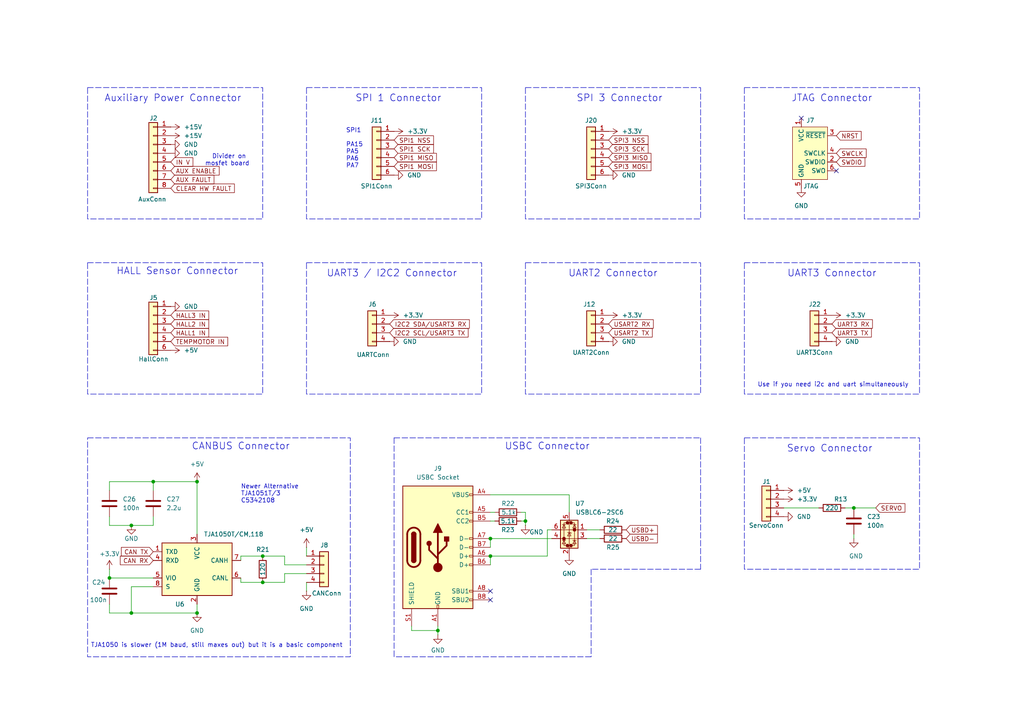
<source format=kicad_sch>
(kicad_sch (version 20231120) (generator "eeschema") (generator_version "8.0")
  (paper "A4")
  (lib_symbols
    (symbol "Connector:Conn_ARM_SWD_TagConnect_TC2030-NL" (in_bom no)
      (property "Reference" "J" (at 2.54 11.43 0))
      (property "Value" "Conn_ARM_SWD_TagConnect_TC2030-NL" (at 2.54 8.89 0))
      (symbol "Conn_ARM_SWD_TagConnect_TC2030-NL_0_0"
        (pin power_in line (at -2.54 10.16 270) (length 2.54) (name "VCC") (number "1"))
        (pin bidirectional line (at 7.62 -2.54 180) (length 2.54) (name "SWDIO") (number "2"))
        (pin open_collector line (at 7.62 5.08 180) (length 2.54) (name "~{RESET}") (number "3"))
        (pin output line (at 7.62 0 180) (length 2.54) (name "SWCLK") (number "4"))
        (pin power_in line (at -2.54 -10.16 90) (length 2.54) (name "GND") (number "5"))
        (pin input line (at 7.62 -5.08 180) (length 2.54) (name "SWO") (number "6"))
      )
      (symbol "Conn_ARM_SWD_TagConnect_TC2030-NL_0_1"
        (rectangle (start -5.08 7.62) (end 5.08 -7.62) (fill (type background)))
      )
    )
    (symbol "Connector:USB_C_Receptacle_USB2.0_16P" (pin_names (offset 1.016))
      (property "Reference" "J" (at 0 22.225 0))
      (property "Value" "USB_C_Receptacle_USB2.0_16P" (at 0 19.685 0))
      (symbol "USB_C_Receptacle_USB2.0_16P_0_0"
        (rectangle (start -0.254 -17.78) (end 0.254 -16.764))
        (rectangle (start 10.16 -14.986) (end 9.144 -15.494))
        (rectangle (start 10.16 -12.446) (end 9.144 -12.954))
        (rectangle (start 10.16 -4.826) (end 9.144 -5.334))
        (rectangle (start 10.16 -2.286) (end 9.144 -2.794))
        (rectangle (start 10.16 0.254) (end 9.144 -0.254))
        (rectangle (start 10.16 2.794) (end 9.144 2.286))
        (rectangle (start 10.16 7.874) (end 9.144 7.366))
        (rectangle (start 10.16 10.414) (end 9.144 9.906))
        (rectangle (start 10.16 15.494) (end 9.144 14.986))
      )
      (symbol "USB_C_Receptacle_USB2.0_16P_0_1"
        (rectangle (start -10.16 17.78) (end 10.16 -17.78) (stroke (width 0.254)) (fill (type background)))
        (arc (start -8.89 -3.81) (mid -6.985 -5.7067) (end -5.08 -3.81) (stroke (width 0.508)))
        (arc (start -7.62 -3.81) (mid -6.985 -4.4423) (end -6.35 -3.81) (stroke (width 0.254)))
        (arc (start -7.62 -3.81) (mid -6.985 -4.4423) (end -6.35 -3.81) (stroke (width 0.254)) (fill (type outline)))
        (rectangle (start -7.62 -3.81) (end -6.35 3.81) (stroke (width 0.254)) (fill (type outline)))
        (arc (start -6.35 3.81) (mid -6.985 4.4423) (end -7.62 3.81) (stroke (width 0.254)))
        (arc (start -6.35 3.81) (mid -6.985 4.4423) (end -7.62 3.81) (stroke (width 0.254)) (fill (type outline)))
        (arc (start -5.08 3.81) (mid -6.985 5.7067) (end -8.89 3.81) (stroke (width 0.508)))
        (circle (center -2.54 1.143) (radius 0.635) (stroke (width 0.254)) (fill (type outline)))
        (circle (center 0 -5.842) (radius 1.27) (fill (type outline)))
        (polyline (pts (xy -8.89 -3.81) (xy -8.89 3.81)) (stroke (width 0.508)))
        (polyline (pts (xy -5.08 3.81) (xy -5.08 -3.81)) (stroke (width 0.508)))
        (polyline (pts (xy 0 -5.842) (xy 0 4.318)) (stroke (width 0.508)))
        (polyline (pts (xy 0 -3.302) (xy -2.54 -0.762) (xy -2.54 0.508)) (stroke (width 0.508)))
        (polyline (pts (xy 0 -2.032) (xy 2.54 0.508) (xy 2.54 1.778)) (stroke (width 0.508)))
        (polyline (pts (xy -1.27 4.318) (xy 0 6.858) (xy 1.27 4.318) (xy -1.27 4.318)) (stroke (width 0.254)) (fill (type outline)))
        (rectangle (start 1.905 1.778) (end 3.175 3.048) (stroke (width 0.254)) (fill (type outline)))
      )
      (symbol "USB_C_Receptacle_USB2.0_16P_1_1"
        (pin passive line (at 0 -22.86 90) (length 5.08) (name "GND") (number "A1"))
        (pin passive line (at 0 -22.86 90) (length 5.08) hide (name "GND") (number "A12"))
        (pin passive line (at 15.24 15.24 180) (length 5.08) (name "VBUS") (number "A4"))
        (pin bidirectional line (at 15.24 10.16 180) (length 5.08) (name "CC1") (number "A5"))
        (pin bidirectional line (at 15.24 -2.54 180) (length 5.08) (name "D+") (number "A6"))
        (pin bidirectional line (at 15.24 2.54 180) (length 5.08) (name "D-") (number "A7"))
        (pin bidirectional line (at 15.24 -12.7 180) (length 5.08) (name "SBU1") (number "A8"))
        (pin passive line (at 15.24 15.24 180) (length 5.08) hide (name "VBUS") (number "A9"))
        (pin passive line (at 0 -22.86 90) (length 5.08) hide (name "GND") (number "B1"))
        (pin passive line (at 0 -22.86 90) (length 5.08) hide (name "GND") (number "B12"))
        (pin passive line (at 15.24 15.24 180) (length 5.08) hide (name "VBUS") (number "B4"))
        (pin bidirectional line (at 15.24 7.62 180) (length 5.08) (name "CC2") (number "B5"))
        (pin bidirectional line (at 15.24 -5.08 180) (length 5.08) (name "D+") (number "B6"))
        (pin bidirectional line (at 15.24 0 180) (length 5.08) (name "D-") (number "B7"))
        (pin bidirectional line (at 15.24 -15.24 180) (length 5.08) (name "SBU2") (number "B8"))
        (pin passive line (at 15.24 15.24 180) (length 5.08) hide (name "VBUS") (number "B9"))
        (pin passive line (at -7.62 -22.86 90) (length 5.08) (name "SHIELD") (number "S1"))
      )
    )
    (symbol "Connector_Generic:Conn_01x04" (pin_names (offset 1.016) hide)
      (property "Reference" "J" (at 0 5.08 0))
      (property "Value" "Conn_01x04" (at 0 -7.62 0))
      (symbol "Conn_01x04_1_1"
        (rectangle (start -1.27 -4.953) (end 0 -5.207) (stroke (width 0.1524)))
        (rectangle (start -1.27 -2.413) (end 0 -2.667) (stroke (width 0.1524)))
        (rectangle (start -1.27 0.127) (end 0 -0.127) (stroke (width 0.1524)))
        (rectangle (start -1.27 2.667) (end 0 2.413) (stroke (width 0.1524)))
        (rectangle (start -1.27 3.81) (end 1.27 -6.35) (stroke (width 0.254)) (fill (type background)))
        (pin passive line (at -5.08 2.54 0) (length 3.81) (name "Pin_1") (number "1"))
        (pin passive line (at -5.08 0 0) (length 3.81) (name "Pin_2") (number "2"))
        (pin passive line (at -5.08 -2.54 0) (length 3.81) (name "Pin_3") (number "3"))
        (pin passive line (at -5.08 -5.08 0) (length 3.81) (name "Pin_4") (number "4"))
      )
    )
    (symbol "Connector_Generic:Conn_01x06" (pin_names (offset 1.016) hide)
      (property "Reference" "J" (at 0 7.62 0))
      (property "Value" "Conn_01x06" (at 0 -10.16 0))
      (symbol "Conn_01x06_1_1"
        (rectangle (start -1.27 -7.493) (end 0 -7.747) (stroke (width 0.1524)))
        (rectangle (start -1.27 -4.953) (end 0 -5.207) (stroke (width 0.1524)))
        (rectangle (start -1.27 -2.413) (end 0 -2.667) (stroke (width 0.1524)))
        (rectangle (start -1.27 0.127) (end 0 -0.127) (stroke (width 0.1524)))
        (rectangle (start -1.27 2.667) (end 0 2.413) (stroke (width 0.1524)))
        (rectangle (start -1.27 5.207) (end 0 4.953) (stroke (width 0.1524)))
        (rectangle (start -1.27 6.35) (end 1.27 -8.89) (stroke (width 0.254)) (fill (type background)))
        (pin passive line (at -5.08 5.08 0) (length 3.81) (name "Pin_1") (number "1"))
        (pin passive line (at -5.08 2.54 0) (length 3.81) (name "Pin_2") (number "2"))
        (pin passive line (at -5.08 0 0) (length 3.81) (name "Pin_3") (number "3"))
        (pin passive line (at -5.08 -2.54 0) (length 3.81) (name "Pin_4") (number "4"))
        (pin passive line (at -5.08 -5.08 0) (length 3.81) (name "Pin_5") (number "5"))
        (pin passive line (at -5.08 -7.62 0) (length 3.81) (name "Pin_6") (number "6"))
      )
    )
    (symbol "Connector_Generic:Conn_01x08" (pin_names (offset 1.016) hide)
      (property "Reference" "J" (at 0 10.16 0))
      (property "Value" "Conn_01x08" (at 0 -12.7 0))
      (symbol "Conn_01x08_1_1"
        (rectangle (start -1.27 -10.033) (end 0 -10.287) (stroke (width 0.1524)))
        (rectangle (start -1.27 -7.493) (end 0 -7.747) (stroke (width 0.1524)))
        (rectangle (start -1.27 -4.953) (end 0 -5.207) (stroke (width 0.1524)))
        (rectangle (start -1.27 -2.413) (end 0 -2.667) (stroke (width 0.1524)))
        (rectangle (start -1.27 0.127) (end 0 -0.127) (stroke (width 0.1524)))
        (rectangle (start -1.27 2.667) (end 0 2.413) (stroke (width 0.1524)))
        (rectangle (start -1.27 5.207) (end 0 4.953) (stroke (width 0.1524)))
        (rectangle (start -1.27 7.747) (end 0 7.493) (stroke (width 0.1524)))
        (rectangle (start -1.27 8.89) (end 1.27 -11.43) (stroke (width 0.254)) (fill (type background)))
        (pin passive line (at -5.08 7.62 0) (length 3.81) (name "Pin_1") (number "1"))
        (pin passive line (at -5.08 5.08 0) (length 3.81) (name "Pin_2") (number "2"))
        (pin passive line (at -5.08 2.54 0) (length 3.81) (name "Pin_3") (number "3"))
        (pin passive line (at -5.08 0 0) (length 3.81) (name "Pin_4") (number "4"))
        (pin passive line (at -5.08 -2.54 0) (length 3.81) (name "Pin_5") (number "5"))
        (pin passive line (at -5.08 -5.08 0) (length 3.81) (name "Pin_6") (number "6"))
        (pin passive line (at -5.08 -7.62 0) (length 3.81) (name "Pin_7") (number "7"))
        (pin passive line (at -5.08 -10.16 0) (length 3.81) (name "Pin_8") (number "8"))
      )
    )
    (symbol "Device:C" (pin_numbers hide) (pin_names (offset 0.254))
      (property "Reference" "C" (at 0.635 2.54 0))
      (property "Value" "C" (at 0.635 -2.54 0))
      (symbol "C_0_1"
        (polyline (pts (xy -2.032 -0.762) (xy 2.032 -0.762)) (stroke (width 0.508)))
        (polyline (pts (xy -2.032 0.762) (xy 2.032 0.762)) (stroke (width 0.508)))
      )
      (symbol "C_1_1"
        (pin passive line (at 0 3.81 270) (length 2.794) (name "~") (number "1"))
        (pin passive line (at 0 -3.81 90) (length 2.794) (name "~") (number "2"))
      )
    )
    (symbol "Device:R" (pin_numbers hide) (pin_names (offset 0))
      (property "Reference" "R" (at 2.032 0 90))
      (property "Value" "R" (at 0 0 90))
      (symbol "R_0_1"
        (rectangle (start -1.016 -2.54) (end 1.016 2.54) (stroke (width 0.254)))
      )
      (symbol "R_1_1"
        (pin passive line (at 0 3.81 270) (length 1.27) (name "~") (number "1"))
        (pin passive line (at 0 -3.81 90) (length 1.27) (name "~") (number "2"))
      )
    )
    (symbol "Interface_CAN_LIN:TJA1051T-3" (pin_names (offset 1.016))
      (property "Reference" "U" (at -10.16 8.89 0))
      (property "Value" "TJA1051T-3" (at 1.27 8.89 0))
      (symbol "TJA1051T-3_0_1"
        (rectangle (start -10.16 7.62) (end 10.16 -7.62) (stroke (width 0.254)) (fill (type background)))
      )
      (symbol "TJA1051T-3_1_1"
        (pin input line (at -12.7 5.08 0) (length 2.54) (name "TXD") (number "1"))
        (pin power_in line (at 0 -10.16 90) (length 2.54) (name "GND") (number "2"))
        (pin power_in line (at 0 10.16 270) (length 2.54) (name "VCC") (number "3"))
        (pin output line (at -12.7 2.54 0) (length 2.54) (name "RXD") (number "4"))
        (pin power_in line (at -12.7 -2.54 0) (length 2.54) (name "VIO") (number "5"))
        (pin bidirectional line (at 12.7 -2.54 180) (length 2.54) (name "CANL") (number "6"))
        (pin bidirectional line (at 12.7 2.54 180) (length 2.54) (name "CANH") (number "7"))
        (pin input line (at -12.7 -5.08 0) (length 2.54) (name "S") (number "8"))
      )
    )
    (symbol "Power_Protection:USBLC6-2SC6" (pin_names hide)
      (property "Reference" "U" (at 0.635 5.715 0))
      (property "Value" "USBLC6-2SC6" (at 0.635 3.81 0))
      (symbol "USBLC6-2SC6_0_0"
        (circle (center -1.524 0) (radius 0.0001) (stroke (width 0.508)))
        (circle (center -0.508 -4.572) (radius 0.0001) (stroke (width 0.508)))
        (circle (center -0.508 2.032) (radius 0.0001) (stroke (width 0.508)))
        (circle (center 0.508 -4.572) (radius 0.0001) (stroke (width 0.508)))
        (circle (center 0.508 2.032) (radius 0.0001) (stroke (width 0.508)))
        (circle (center 1.524 -2.54) (radius 0.0001) (stroke (width 0.508)))
      )
      (symbol "USBLC6-2SC6_0_1"
        (polyline (pts (xy -2.54 -2.54) (xy 2.54 -2.54)))
        (polyline (pts (xy -2.54 0) (xy 2.54 0)))
        (polyline (pts (xy -2.032 -3.048) (xy -1.016 -3.048)))
        (polyline (pts (xy -1.016 1.524) (xy -2.032 1.524)))
        (polyline (pts (xy 1.016 -3.048) (xy 2.032 -3.048)))
        (polyline (pts (xy 1.016 1.524) (xy 2.032 1.524)))
        (polyline (pts (xy -0.508 -1.143) (xy -0.508 -0.762) (xy 0.508 -0.762)))
        (polyline (pts (xy -2.032 0.508) (xy -1.016 0.508) (xy -1.524 1.524) (xy -2.032 0.508)))
        (polyline (pts (xy -1.016 -4.064) (xy -2.032 -4.064) (xy -1.524 -3.048) (xy -1.016 -4.064)))
        (polyline (pts (xy 0.508 -1.778) (xy -0.508 -1.778) (xy 0 -0.762) (xy 0.508 -1.778)))
        (polyline (pts (xy 2.032 -4.064) (xy 1.016 -4.064) (xy 1.524 -3.048) (xy 2.032 -4.064)))
        (polyline (pts (xy 2.032 0.508) (xy 1.016 0.508) (xy 1.524 1.524) (xy 2.032 0.508)))
        (polyline (pts (xy 0 2.54) (xy -0.508 2.032) (xy 0.508 2.032) (xy 0 1.524) (xy 0 -4.064) (xy -0.508 -4.572) (xy 0.508 -4.572) (xy 0 -5.08)))
      )
      (symbol "USBLC6-2SC6_1_1"
        (rectangle (start -2.54 2.794) (end 2.54 -5.334) (stroke (width 0.254)) (fill (type background)))
        (polyline (pts (xy -0.508 2.032) (xy -1.524 2.032) (xy -1.524 -4.572) (xy -0.508 -4.572)))
        (polyline (pts (xy 0.508 -4.572) (xy 1.524 -4.572) (xy 1.524 2.032) (xy 0.508 2.032)))
        (pin passive line (at -5.08 0 0) (length 2.54) (name "I/O1") (number "1"))
        (pin passive line (at 0 -7.62 90) (length 2.54) (name "GND") (number "2"))
        (pin passive line (at -5.08 -2.54 0) (length 2.54) (name "I/O2") (number "3"))
        (pin passive line (at 5.08 -2.54 180) (length 2.54) (name "I/O2") (number "4"))
        (pin passive line (at 0 5.08 270) (length 2.54) (name "VBUS") (number "5"))
        (pin passive line (at 5.08 0 180) (length 2.54) (name "I/O1") (number "6"))
      )
    )
    (symbol "power:+15V" (power) (pin_numbers hide) (pin_names (offset 0) hide)
      (property "Value" "+15V" (at 0 3.556 0))
      (symbol "+15V_0_1"
        (polyline (pts (xy -0.762 1.27) (xy 0 2.54)))
        (polyline (pts (xy 0 0) (xy 0 2.54)))
        (polyline (pts (xy 0 2.54) (xy 0.762 1.27)))
      )
      (symbol "+15V_1_1"
        (pin power_in line (at 0 0 90) (length 0) (name "~") (number "1"))
      )
    )
    (symbol "power:+3.3V" (power) (pin_numbers hide) (pin_names (offset 0) hide)
      (property "Value" "+3.3V" (at 0 3.556 0))
      (symbol "+3.3V_0_1"
        (polyline (pts (xy -0.762 1.27) (xy 0 2.54)))
        (polyline (pts (xy 0 0) (xy 0 2.54)))
        (polyline (pts (xy 0 2.54) (xy 0.762 1.27)))
      )
      (symbol "+3.3V_1_1"
        (pin power_in line (at 0 0 90) (length 0) (name "~") (number "1"))
      )
    )
    (symbol "power:+5V" (power) (pin_numbers hide) (pin_names (offset 0) hide)
      (property "Value" "+5V" (at 0 3.556 0))
      (symbol "+5V_0_1"
        (polyline (pts (xy -0.762 1.27) (xy 0 2.54)))
        (polyline (pts (xy 0 0) (xy 0 2.54)))
        (polyline (pts (xy 0 2.54) (xy 0.762 1.27)))
      )
      (symbol "+5V_1_1"
        (pin power_in line (at 0 0 90) (length 0) (name "~") (number "1"))
      )
    )
    (symbol "power:GND" (power) (pin_numbers hide) (pin_names (offset 0) hide)
      (property "Value" "GND" (at 0 -3.81 0))
      (symbol "GND_0_1"
        (polyline (pts (xy 0 0) (xy 0 -1.27) (xy 1.27 -1.27) (xy 0 -2.54) (xy -1.27 -1.27) (xy 0 -1.27)))
      )
      (symbol "GND_1_1"
        (pin power_in line (at 0 0 270) (length 0) (name "~") (number "1"))
      )
    )
  )
  (junction (at 142.24 156.21))
  (junction (at 31.75 167.64))
  (junction (at 142.24 161.29))
  (junction (at 44.45 139.7))
  (junction (at 57.15 177.8))
  (junction (at 247.65 147.32))
  (junction (at 76.2 168.91))
  (junction (at 38.1 152.4))
  (junction (at 152.4 151.13))
  (junction (at 57.15 139.7))
  (junction (at 127 182.88))
  (junction (at 76.2 161.29))
  (junction (at 38.1 177.8))
  (no_connect (at 232.41 34.29))
  (no_connect (at 242.57 49.53))
  (no_connect (at 142.24 173.99))
  (no_connect (at 142.24 171.45))
  (wire (pts (xy 38.1 170.18) (xy 38.1 177.8)))
  (wire (pts (xy 127 182.88) (xy 127 184.15)))
  (wire (pts (xy 38.1 177.8) (xy 57.15 177.8)))
  (wire (pts (xy 31.75 165.1) (xy 31.75 167.64)))
  (wire (pts (xy 170.18 153.67) (xy 173.99 153.67)))
  (wire (pts (xy 57.15 139.7) (xy 57.15 154.94)))
  (wire (pts (xy 57.15 175.26) (xy 57.15 177.8)))
  (wire (pts (xy 31.75 139.7) (xy 31.75 142.24)))
  (wire (pts (xy 69.85 161.29) (xy 76.2 161.29)))
  (wire (pts (xy 142.24 151.13) (xy 143.51 151.13)))
  (wire (pts (xy 158.75 153.67) (xy 158.75 161.29)))
  (wire (pts (xy 151.13 151.13) (xy 152.4 151.13)))
  (wire (pts (xy 152.4 148.59) (xy 152.4 151.13)))
  (wire (pts (xy 44.45 139.7) (xy 44.45 142.24)))
  (wire (pts (xy 31.75 152.4) (xy 38.1 152.4)))
  (wire (pts (xy 165.1 143.51) (xy 142.24 143.51)))
  (wire (pts (xy 142.24 148.59) (xy 143.51 148.59)))
  (polyline (pts (xy 114.3 127) (xy 203.2 127)) (stroke (width 0) (type dash)))
  (wire (pts (xy 152.4 151.13) (xy 152.4 152.4)))
  (wire (pts (xy 31.75 175.26) (xy 31.75 177.8)))
  (wire (pts (xy 38.1 152.4) (xy 44.45 152.4)))
  (wire (pts (xy 142.24 161.29) (xy 142.24 163.83)))
  (wire (pts (xy 151.13 148.59) (xy 152.4 148.59)))
  (wire (pts (xy 158.75 161.29) (xy 142.24 161.29)))
  (wire (pts (xy 69.85 168.91) (xy 69.85 167.64)))
  (polyline (pts (xy 203.2 127) (xy 203.2 165.1)) (stroke (width 0) (type dash)))
  (polyline (pts (xy 203.2 165.1) (xy 171.45 165.1)) (stroke (width 0) (type dash)))
  (wire (pts (xy 247.65 147.32) (xy 254 147.32)))
  (wire (pts (xy 142.24 156.21) (xy 142.24 158.75)))
  (wire (pts (xy 119.38 182.88) (xy 127 182.88)))
  (polyline (pts (xy 171.45 165.1) (xy 171.45 190.5)) (stroke (width 0) (type dash)))
  (wire (pts (xy 31.75 139.7) (xy 44.45 139.7)))
  (wire (pts (xy 142.24 156.21) (xy 160.02 156.21)))
  (wire (pts (xy 44.45 170.18) (xy 38.1 170.18)))
  (wire (pts (xy 247.65 154.94) (xy 247.65 156.21)))
  (wire (pts (xy 88.9 161.29) (xy 88.9 158.75)))
  (wire (pts (xy 170.18 156.21) (xy 173.99 156.21)))
  (wire (pts (xy 227.33 147.32) (xy 237.49 147.32)))
  (wire (pts (xy 76.2 161.29) (xy 82.55 161.29)))
  (wire (pts (xy 82.55 163.83) (xy 82.55 161.29)))
  (wire (pts (xy 165.1 143.51) (xy 165.1 148.59)))
  (wire (pts (xy 119.38 181.61) (xy 119.38 182.88)))
  (wire (pts (xy 69.85 162.56) (xy 69.85 161.29)))
  (wire (pts (xy 88.9 166.37) (xy 82.55 166.37)))
  (wire (pts (xy 76.2 168.91) (xy 69.85 168.91)))
  (polyline (pts (xy 114.3 127) (xy 114.3 190.5)) (stroke (width 0) (type dash)))
  (wire (pts (xy 44.45 149.86) (xy 44.45 152.4)))
  (wire (pts (xy 31.75 149.86) (xy 31.75 152.4)))
  (wire (pts (xy 44.45 139.7) (xy 57.15 139.7)))
  (wire (pts (xy 158.75 153.67) (xy 160.02 153.67)))
  (wire (pts (xy 245.11 147.32) (xy 247.65 147.32)))
  (wire (pts (xy 31.75 177.8) (xy 38.1 177.8)))
  (polyline (pts (xy 171.45 190.5) (xy 114.3 190.5)) (stroke (width 0) (type dash)))
  (wire (pts (xy 82.55 166.37) (xy 82.55 168.91)))
  (wire (pts (xy 88.9 168.91) (xy 88.9 171.45)))
  (wire (pts (xy 76.2 168.91) (xy 82.55 168.91)))
  (wire (pts (xy 31.75 167.64) (xy 44.45 167.64)))
  (wire (pts (xy 127 181.61) (xy 127 182.88)))
  (wire (pts (xy 88.9 163.83) (xy 82.55 163.83)))
  (rectangle (start 25.4 127) (end 101.6 190.5) (stroke (width 0) (type dash)))
  (rectangle (start 88.9 25.4) (end 139.7 63.5) (stroke (width 0) (type dash)))
  (rectangle (start 152.4 76.2) (end 203.2 114.3) (stroke (width 0) (type dash)))
  (rectangle (start 215.9 76.2) (end 266.7 114.3) (stroke (width 0) (type dash)))
  (rectangle (start 152.4 25.4) (end 203.2 63.5) (stroke (width 0) (type dash)))
  (rectangle (start 215.9 127) (end 266.7 165.1) (stroke (width 0) (type dash)))
  (rectangle (start 25.4 76.2) (end 76.2 114.3) (stroke (width 0) (type dash)))
  (rectangle (start 25.4 25.4) (end 76.2 63.5) (stroke (width 0) (type dash)))
  (rectangle (start 215.9 25.4) (end 266.7 63.5) (stroke (width 0) (type dash)))
  (rectangle (start 88.9 76.2) (end 139.7 114.3) (stroke (width 0) (type dash)))
  (text "Auxiliary Power Connector" (at 50.165 28.575 0) (effects (font (size 2 2))))
  (text "SPI 3 Connector" (at 179.705 28.575 0) (effects (font (size 2 2))))
  (text "TJA1050 is slower (1M baud, still maxes out) but it is a basic component" (at 62.865 187.96 0) (effects (font (size 1.27 1.27)) (justify bottom)))
  (text "Use if you need i2c and uart simultaneously" (at 219.71 112.395 0) (effects (font (size 1.27 1.27)) (justify left bottom)))
  (text "UART3 / I2C2 Connector" (at 113.665 79.375 0) (effects (font (size 2 2))))
  (text "Divider on \nmosfet board" (at 72.39 48.26 0) (effects (font (size 1.27 1.27)) (justify right bottom)))
  (text "CANBUS Connector" (at 69.85 129.54 0) (effects (font (size 2 2))))
  (text "JTAG Connector" (at 241.3 28.575 0) (effects (font (size 2 2))))
  (text "SPI1\n\nPA15\nPA5\nPA6\nPA7" (at 100.33 48.895 0) (effects (font (size 1.27 1.27)) (justify left bottom)))
  (text "SPI 1 Connector" (at 115.57 28.575 0) (effects (font (size 2 2))))
  (text "USBC Connector" (at 158.75 129.54 0) (effects (font (size 2 2))))
  (text "UART3 Connector" (at 241.3 79.375 0) (effects (font (size 2 2))))
  (text "UART2 Connector" (at 177.8 79.375 0) (effects (font (size 2 2))))
  (text "Newer Alternative\nTJA1051T/3\nC5342108" (at 69.85 146.05 0) (effects (font (size 1.27 1.27)) (justify left bottom)))
  (text "Servo Connector" (at 240.665 130.175 0) (effects (font (size 2 2))))
  (text "HALL Sensor Connector" (at 51.435 78.74 0) (effects (font (size 2 2))))
  (global_label "USART2 TX" (shape input) (at 176.53 96.52 0) (property "Intersheetrefs" "${INTERSHEET_REFS}" (effects (hide yes))))
  (global_label "I2C2 SCL{slash}USART3 TX" (shape input) (at 113.03 96.52 0) (property "Intersheetrefs" "${INTERSHEET_REFS}" (effects (hide yes))))
  (global_label "SPI3 NSS" (shape input) (at 176.53 40.64 0) (property "Intersheetrefs" "${INTERSHEET_REFS}" (effects (hide yes))))
  (global_label "TEMPMOTOR IN" (shape input) (at 49.53 99.06 0) (property "Intersheetrefs" "${INTERSHEET_REFS}" (effects (hide yes))))
  (global_label "SPI1 SCK" (shape input) (at 114.3 43.18 0) (property "Intersheetrefs" "${INTERSHEET_REFS}" (effects (hide yes))))
  (global_label "SPI1 MISO" (shape input) (at 114.3 45.72 0) (property "Intersheetrefs" "${INTERSHEET_REFS}" (effects (hide yes))))
  (global_label "USART2 RX" (shape input) (at 176.53 93.98 0) (property "Intersheetrefs" "${INTERSHEET_REFS}" (effects (hide yes))))
  (global_label "SPI1 NSS" (shape input) (at 114.3 40.64 0) (property "Intersheetrefs" "${INTERSHEET_REFS}" (effects (hide yes))))
  (global_label "SPI3 MOSI" (shape input) (at 176.53 48.26 0) (property "Intersheetrefs" "${INTERSHEET_REFS}" (effects (hide yes))))
  (global_label "UART3 TX" (shape input) (at 241.3 96.52 0) (property "Intersheetrefs" "${INTERSHEET_REFS}" (effects (hide yes))))
  (global_label "NRST" (shape input) (at 242.57 39.37 0) (property "Intersheetrefs" "${INTERSHEET_REFS}" (effects (hide yes))))
  (global_label "AUX FAULT" (shape input) (at 49.53 52.07 0) (property "Intersheetrefs" "${INTERSHEET_REFS}" (effects (hide yes))))
  (global_label "USBD-" (shape input) (at 181.61 156.21 0) (property "Intersheetrefs" "${INTERSHEET_REFS}" (effects (hide yes))))
  (global_label "SWCLK" (shape input) (at 242.57 44.45 0) (property "Intersheetrefs" "${INTERSHEET_REFS}" (effects (hide yes))))
  (global_label "HALL3 IN" (shape input) (at 49.53 91.44 0) (property "Intersheetrefs" "${INTERSHEET_REFS}" (effects (hide yes))))
  (global_label "CAN TX" (shape input) (at 44.45 160.02 180) (property "Intersheetrefs" "${INTERSHEET_REFS}" (effects (hide yes))))
  (global_label "CAN RX" (shape input) (at 44.45 162.56 180) (property "Intersheetrefs" "${INTERSHEET_REFS}" (effects (hide yes))))
  (global_label "CLEAR HW FAULT" (shape input) (at 49.53 54.61 0) (property "Intersheetrefs" "${INTERSHEET_REFS}" (effects (hide yes))))
  (global_label "IN V" (shape input) (at 49.53 46.99 0) (property "Intersheetrefs" "${INTERSHEET_REFS}" (effects (hide yes))))
  (global_label "HALL2 IN" (shape input) (at 49.53 93.98 0) (property "Intersheetrefs" "${INTERSHEET_REFS}" (effects (hide yes))))
  (global_label "SPI1 MOSI" (shape input) (at 114.3 48.26 0) (property "Intersheetrefs" "${INTERSHEET_REFS}" (effects (hide yes))))
  (global_label "HALL1 IN" (shape input) (at 49.53 96.52 0) (property "Intersheetrefs" "${INTERSHEET_REFS}" (effects (hide yes))))
  (global_label "UART3 RX" (shape input) (at 241.3 93.98 0) (property "Intersheetrefs" "${INTERSHEET_REFS}" (effects (hide yes))))
  (global_label "SPI3 MISO" (shape input) (at 176.53 45.72 0) (property "Intersheetrefs" "${INTERSHEET_REFS}" (effects (hide yes))))
  (global_label "I2C2 SDA{slash}USART3 RX" (shape input) (at 113.03 93.98 0) (property "Intersheetrefs" "${INTERSHEET_REFS}" (effects (hide yes))))
  (global_label "SWDIO" (shape input) (at 242.57 46.99 0) (property "Intersheetrefs" "${INTERSHEET_REFS}" (effects (hide yes))))
  (global_label "USBD+" (shape input) (at 181.61 153.67 0) (property "Intersheetrefs" "${INTERSHEET_REFS}" (effects (hide yes))))
  (global_label "SERVO" (shape input) (at 254 147.32 0) (property "Intersheetrefs" "${INTERSHEET_REFS}" (effects (hide yes))))
  (global_label "AUX ENABLE" (shape input) (at 49.53 49.53 0) (property "Intersheetrefs" "${INTERSHEET_REFS}" (effects (hide yes))))
  (global_label "SPI3 SCK" (shape input) (at 176.53 43.18 0) (property "Intersheetrefs" "${INTERSHEET_REFS}" (effects (hide yes))))
  (symbol (lib_id "power:+5V") (at 57.15 139.7 0) (unit 1)
    (property "Reference" "#PWR053" (effects (hide yes)))
    (property "Value" "+5V" (at 57.15 134.62 0))
    (property "Description" "Power symbol creates a global label with name \"+5V\"" (effects (hide yes)))
  )
  (symbol (lib_id "Connector_Generic:Conn_01x04") (at 171.45 93.98 0) (mirror y) (unit 1)
    (property "Reference" "J12" (at 172.72 88.265 0) (effects (justify left)))
    (property "Value" "UART2Conn" (at 171.45 102.235 0))
    (property "Footprint" "Connector_JST:JST_PH_B4B-PH-K_1x04_P2.00mm_Vertical" (effects (hide yes)))
    (property "Description" "Generic connector, single row, 01x04, script generated (kicad-library-utils/schlib/autogen/connector/)" (effects (hide yes)))
    (property "MPN" "C131334" (effects (hide yes)))
    (property "JLCPosOffset" "-3,0" (effects (hide yes)))
    (property "JLCRotOffset" "180" (effects (hide yes)))
  )
  (symbol (lib_id "power:+3.3V") (at 31.75 165.1 0) (unit 1)
    (property "Reference" "#PWR047" (effects (hide yes)))
    (property "Value" "+3.3V" (at 31.75 160.655 0))
    (property "Description" "Power symbol creates a global label with name \"+3.3V\"" (effects (hide yes)))
  )
  (symbol (lib_id "power:+3.3V") (at 113.03 91.44 270) (unit 1)
    (property "Reference" "#PWR0103" (effects (hide yes)))
    (property "Value" "+3.3V" (at 116.84 91.44 90) (effects (justify left)))
    (property "Description" "Power symbol creates a global label with name \"+3.3V\"" (effects (hide yes)))
  )
  (symbol (lib_id "Connector_Generic:Conn_01x06") (at 171.45 43.18 0) (mirror y) (unit 1)
    (property "Reference" "J20" (at 171.45 34.925 0))
    (property "Value" "SPI3Conn" (at 171.45 53.975 0))
    (property "Footprint" "Connector_JST:JST_PH_S6B-PH-K_1x06_P2.00mm_Horizontal" (effects (hide yes)))
    (property "MPN" "C157920" (effects (hide yes)))
    (property "JLCPosOffset" "5,0" (effects (hide yes)))
    (property "JLCRotOffset" "0" (effects (hide yes)))
  )
  (symbol (lib_id "power:GND") (at 247.65 156.21 0) (unit 1)
    (property "Reference" "#PWR045" (effects (hide yes)))
    (property "Value" "GND" (at 248.285 161.29 0))
    (property "Description" "Power symbol creates a global label with name \"GND\" , ground" (effects (hide yes)))
  )
  (symbol (lib_id "Device:C") (at 247.65 151.13 0) (unit 1)
    (property "Reference" "C23" (at 251.46 149.86 0) (effects (justify left)))
    (property "Value" "100n" (at 251.46 152.4 0) (effects (justify left)))
    (property "Footprint" "GigaVescLibs:C_0603_1608Metric_L" (effects (hide yes)))
    (property "MPN" "C14663" (effects (hide yes)))
  )
  (symbol (lib_id "power:GND") (at 176.53 50.8 90) (unit 1)
    (property "Reference" "#PWR0138" (effects (hide yes)))
    (property "Value" "GND" (at 180.34 50.7999 90) (effects (justify right)))
    (property "Description" "Power symbol creates a global label with name \"GND\" , ground" (effects (hide yes)))
  )
  (symbol (lib_id "power:+5V") (at 227.33 142.24 270) (unit 1)
    (property "Reference" "#PWR036" (effects (hide yes)))
    (property "Value" "+5V" (at 231.14 142.24 90) (effects (justify left)))
    (property "Description" "Power symbol creates a global label with name \"+5V\"" (effects (hide yes)))
  )
  (symbol (lib_id "Device:R") (at 241.3 147.32 90) (unit 1)
    (property "Reference" "R13" (at 243.84 144.78 90))
    (property "Value" "220" (at 241.3 147.32 90))
    (property "Footprint" "Resistor_SMD:R_0603_1608Metric" (effects (hide yes)))
    (property "MPN" "C22962" (effects (hide yes)))
  )
  (symbol (lib_id "power:GND") (at 57.15 177.8 0) (unit 1)
    (property "Reference" "#PWR054" (effects (hide yes)))
    (property "Value" "GND" (at 57.15 182.88 0))
    (property "Description" "Power symbol creates a global label with name \"GND\" , ground" (effects (hide yes)))
  )
  (symbol (lib_id "power:GND") (at 113.03 99.06 90) (unit 1)
    (property "Reference" "#PWR0102" (effects (hide yes)))
    (property "Value" "GND" (at 116.84 99.0599 90) (effects (justify right)))
    (property "Description" "Power symbol creates a global label with name \"GND\" , ground" (effects (hide yes)))
  )
  (symbol (lib_id "Connector:USB_C_Receptacle_USB2.0_16P") (at 127 158.75 0) (unit 1)
    (property "Reference" "J9" (at 127 135.89 0))
    (property "Value" "USBC Socket" (at 127 138.43 0))
    (property "Footprint" "Connector_USB:USB_C_Receptacle_GCT_USB4105-xx-A_16P_TopMnt_Horizontal" (effects (hide yes)))
    (property "Datasheet" "https://www.usb.org/sites/default/files/documents/usb_type-c.zip" (effects (hide yes)))
    (property "Description" "USB 2.0-only 16P Type-C Receptacle connector" (effects (hide yes)))
    (property "MPN" "C2765186" (effects (hide yes)))
    (property "JLCPosOffset" "0,1.27" (effects (hide yes)))
  )
  (symbol (lib_id "Connector:Conn_ARM_SWD_TagConnect_TC2030-NL") (at 234.95 44.45 0) (unit 1) (in_bom no)
    (property "Reference" "J7" (at 236.22 34.925 0) (effects (justify right)))
    (property "Value" "JTAG" (at 237.49 53.975 0) (effects (justify right)))
    (property "Footprint" "Connector:Tag-Connect_TC2030-IDC-NL_2x03_P1.27mm_Vertical" (effects (hide yes)))
    (property "Datasheet" "https://www.tag-connect.com/wp-content/uploads/bsk-pdf-manager/TC2030-CTX_1.pdf" (effects (hide yes)))
    (property "Description" "Tag-Connect ARM Cortex SWD JTAG connector, 6 pin, no legs" (effects (hide yes)))
  )
  (symbol (lib_id "power:+3.3V") (at 114.3 38.1 270) (unit 1)
    (property "Reference" "#PWR038" (effects (hide yes)))
    (property "Value" "+3.3V" (at 118.11 38.1 90) (effects (justify left)))
    (property "Description" "Power symbol creates a global label with name \"+3.3V\"" (effects (hide yes)))
  )
  (symbol (lib_id "Device:R") (at 147.32 151.13 270) (unit 1)
    (property "Reference" "R23" (at 147.32 153.67 90))
    (property "Value" "5.1k" (at 147.32 151.13 90))
    (property "Footprint" "Resistor_SMD:R_0603_1608Metric" (effects (hide yes)))
    (property "MPN" "C23186" (effects (hide yes)))
  )
  (symbol (lib_id "power:GND") (at 49.53 41.91 90) (unit 1)
    (property "Reference" "#PWR062" (effects (hide yes)))
    (property "Value" "GND" (at 53.34 41.91 90) (effects (justify right)))
    (property "Description" "Power symbol creates a global label with name \"GND\" , ground" (effects (hide yes)))
  )
  (symbol (lib_id "power:+5V") (at 49.53 101.6 270) (unit 1)
    (property "Reference" "#PWR050" (effects (hide yes)))
    (property "Value" "+5V" (at 53.34 101.6 90) (effects (justify left)))
    (property "Description" "Power symbol creates a global label with name \"+5V\"" (effects (hide yes)))
  )
  (symbol (lib_id "power:GND") (at 127 184.15 0) (unit 1)
    (property "Reference" "#PWR063" (effects (hide yes)))
    (property "Value" "GND" (at 127 188.595 0))
    (property "Description" "Power symbol creates a global label with name \"GND\" , ground" (effects (hide yes)))
  )
  (symbol (lib_id "Device:C") (at 31.75 146.05 0) (unit 1)
    (property "Reference" "C26" (at 35.56 144.78 0) (effects (justify left)))
    (property "Value" "100n" (at 35.56 147.32 0) (effects (justify left)))
    (property "Footprint" "GigaVescLibs:C_0603_1608Metric_L" (effects (hide yes)))
    (property "MPN" "C14663" (effects (hide yes)))
  )
  (symbol (lib_id "power:+15V") (at 49.53 39.37 270) (mirror x) (unit 1)
    (property "Reference" "#PWR056" (effects (hide yes)))
    (property "Value" "+15V" (at 53.34 39.37 90) (effects (justify left)))
    (property "Description" "Power symbol creates a global label with name \"+15V\"" (effects (hide yes)))
  )
  (symbol (lib_id "Device:C") (at 31.75 171.45 0) (unit 1)
    (property "Reference" "C24" (at 26.67 168.91 0) (effects (justify left)))
    (property "Value" "100n" (at 26.035 173.99 0) (effects (justify left)))
    (property "Footprint" "GigaVescLibs:C_0603_1608Metric_L" (effects (hide yes)))
    (property "MPN" "C14663" (effects (hide yes)))
  )
  (symbol (lib_id "Device:R") (at 177.8 156.21 90) (unit 1)
    (property "Reference" "R25" (at 177.8 158.75 90))
    (property "Value" "22" (at 177.8 156.21 90))
    (property "Footprint" "Resistor_SMD:R_0603_1608Metric" (effects (hide yes)))
    (property "MPN" "C23345" (effects (hide yes)))
  )
  (symbol (lib_id "power:GND") (at 227.33 149.86 90) (unit 1)
    (property "Reference" "#PWR035" (effects (hide yes)))
    (property "Value" "GND" (at 231.14 149.8599 90) (effects (justify right)))
    (property "Description" "Power symbol creates a global label with name \"GND\" , ground" (effects (hide yes)))
  )
  (symbol (lib_id "power:GND") (at 232.41 54.61 0) (unit 1)
    (property "Reference" "#PWR042" (effects (hide yes)))
    (property "Value" "GND" (at 232.41 59.69 0))
    (property "Description" "Power symbol creates a global label with name \"GND\" , ground" (effects (hide yes)))
  )
  (symbol (lib_id "Interface_CAN_LIN:TJA1051T-3") (at 57.15 165.1 0) (unit 1)
    (property "Reference" "U6" (at 50.8 175.26 0) (effects (justify left)))
    (property "Value" "TJA1050T/CM,118" (at 59.1059 154.94 0) (effects (justify left)))
    (property "Footprint" "Package_SO:SOIC-8_3.9x4.9mm_P1.27mm" (effects (hide yes)))
    (property "Datasheet" "http://www.nxp.com/docs/en/data-sheet/TJA1051.pdf" (effects (hide yes)))
    (property "Description" "High-Speed CAN Transceiver, separate VIO, silent mode, SOIC-8" (effects (hide yes)))
    (property "MPN" "C6952" (effects (hide yes)))
    (property "JLCRotOffset" "-90" (effects (hide yes)))
  )
  (symbol (lib_id "power:GND") (at 38.1 152.4 0) (unit 1)
    (property "Reference" "#PWR037" (effects (hide yes)))
    (property "Value" "GND" (at 38.1 156.21 0))
    (property "Description" "Power symbol creates a global label with name \"GND\" , ground" (effects (hide yes)))
  )
  (symbol (lib_id "power:+15V") (at 49.53 36.83 270) (mirror x) (unit 1)
    (property "Reference" "#PWR083" (effects (hide yes)))
    (property "Value" "+15V" (at 53.34 36.83 90) (effects (justify left)))
    (property "Description" "Power symbol creates a global label with name \"+15V\"" (effects (hide yes)))
  )
  (symbol (lib_id "power:GND") (at 165.1 161.29 0) (unit 1)
    (property "Reference" "#PWR065" (effects (hide yes)))
    (property "Value" "GND" (at 165.1 166.37 0))
    (property "Description" "Power symbol creates a global label with name \"GND\" , ground" (effects (hide yes)))
  )
  (symbol (lib_id "Connector_Generic:Conn_01x08") (at 44.45 44.45 0) (mirror y) (unit 1)
    (property "Reference" "J2" (at 45.72 34.29 0) (effects (justify left)))
    (property "Value" "AuxConn" (at 48.26 57.785 0) (effects (justify left)))
    (property "Footprint" "Connector_JST:JST_PH_S8B-PH-K_1x08_P2.00mm_Horizontal" (effects (hide yes)))
    (property "MPN" "C157915" (effects (hide yes)))
  )
  (symbol (lib_id "power:GND") (at 49.53 44.45 90) (unit 1)
    (property "Reference" "#PWR060" (effects (hide yes)))
    (property "Value" "GND" (at 53.34 44.45 90) (effects (justify right)))
    (property "Description" "Power symbol creates a global label with name \"GND\" , ground" (effects (hide yes)))
  )
  (symbol (lib_id "power:GND") (at 88.9 171.45 0) (unit 1)
    (property "Reference" "#PWR058" (effects (hide yes)))
    (property "Value" "GND" (at 88.9 176.53 0))
    (property "Description" "Power symbol creates a global label with name \"GND\" , ground" (effects (hide yes)))
  )
  (symbol (lib_id "power:GND") (at 152.4 152.4 0) (unit 1)
    (property "Reference" "#PWR064" (effects (hide yes)))
    (property "Value" "GND" (at 155.575 154.305 0))
    (property "Description" "Power symbol creates a global label with name \"GND\" , ground" (effects (hide yes)))
  )
  (symbol (lib_id "power:GND") (at 114.3 50.8 90) (unit 1)
    (property "Reference" "#PWR041" (effects (hide yes)))
    (property "Value" "GND" (at 118.11 50.7999 90) (effects (justify right)))
    (property "Description" "Power symbol creates a global label with name \"GND\" , ground" (effects (hide yes)))
  )
  (symbol (lib_id "Connector_Generic:Conn_01x06") (at 109.22 43.18 0) (mirror y) (unit 1)
    (property "Reference" "J11" (at 109.22 34.925 0))
    (property "Value" "SPI1Conn" (at 109.22 53.975 0))
    (property "Footprint" "Connector_JST:JST_PH_S6B-PH-K_1x06_P2.00mm_Horizontal" (effects (hide yes)))
    (property "MPN" "C157920" (effects (hide yes)))
  )
  (symbol (lib_id "Connector_Generic:Conn_01x06") (at 44.45 93.98 0) (mirror y) (unit 1)
    (property "Reference" "J5" (at 45.72 86.36 0) (effects (justify left)))
    (property "Value" "HallConn" (at 48.895 104.14 0) (effects (justify left)))
    (property "Footprint" "Connector_JST:JST_PH_S6B-PH-K_1x06_P2.00mm_Horizontal" (effects (hide yes)))
    (property "MPN" "C157920" (effects (hide yes)))
    (property "JLCPosOffset" "5,0" (effects (hide yes)))
    (property "JLCRotOffset" "0" (effects (hide yes)))
  )
  (symbol (lib_id "power:+3.3V") (at 176.53 91.44 270) (unit 1)
    (property "Reference" "#PWR0141" (effects (hide yes)))
    (property "Value" "+3.3V" (at 180.34 91.44 90) (effects (justify left)))
    (property "Description" "Power symbol creates a global label with name \"+3.3V\"" (effects (hide yes)))
  )
  (symbol (lib_id "Power_Protection:USBLC6-2SC6") (at 165.1 153.67 0) (mirror y) (unit 1)
    (property "Reference" "U7" (at 169.545 146.05 0) (effects (justify left)))
    (property "Value" "USBLC6-2SC6" (at 180.975 148.59 0) (effects (justify left)))
    (property "Footprint" "Package_TO_SOT_SMD:SOT-23-6" (effects (hide yes)))
    (property "Datasheet" "https://www.st.com/resource/en/datasheet/usblc6-2.pdf" (effects (hide yes)))
    (property "Description" "Very low capacitance ESD protection diode, 2 data-line, SOT-23-6" (effects (hide yes)))
    (property "MPN" "C2827654" (effects (hide yes)))
    (property "JLCRotOffset" "0" (effects (hide yes)))
  )
  (symbol (lib_id "Connector_Generic:Conn_01x04") (at 93.98 163.83 0) (unit 1)
    (property "Reference" "J8" (at 95.25 158.115 0) (effects (justify right)))
    (property "Value" "CANConn" (at 99.06 172.085 0) (effects (justify right)))
    (property "Footprint" "Connector_JST:JST_PH_S4B-PH-K_1x04_P2.00mm_Horizontal" (effects (hide yes)))
    (property "Description" "Generic connector, single row, 01x04, script generated (kicad-library-utils/schlib/autogen/connector/)" (effects (hide yes)))
    (property "MPN" "C157926" (effects (hide yes)))
    (property "JLCPosOffset" "3,0" (effects (hide yes)))
    (property "JLCRotOffset" "0" (effects (hide yes)))
  )
  (symbol (lib_id "power:+3.3V") (at 227.33 144.78 270) (unit 1)
    (property "Reference" "#PWR043" (effects (hide yes)))
    (property "Value" "+3.3V" (at 231.14 144.78 90) (effects (justify left)))
    (property "Description" "Power symbol creates a global label with name \"+3.3V\"" (effects (hide yes)))
  )
  (symbol (lib_id "power:GND") (at 176.53 99.06 90) (unit 1)
    (property "Reference" "#PWR0140" (effects (hide yes)))
    (property "Value" "GND" (at 180.34 99.0599 90) (effects (justify right)))
    (property "Description" "Power symbol creates a global label with name \"GND\" , ground" (effects (hide yes)))
  )
  (symbol (lib_id "Connector_Generic:Conn_01x04") (at 236.22 93.98 0) (mirror y) (unit 1)
    (property "Reference" "J22" (at 238.125 88.265 0) (effects (justify left)))
    (property "Value" "UART3Conn" (at 236.22 102.235 0))
    (property "Footprint" "Connector_JST:JST_PH_B4B-PH-K_1x04_P2.00mm_Vertical" (effects (hide yes)))
    (property "Description" "Generic connector, single row, 01x04, script generated (kicad-library-utils/schlib/autogen/connector/)" (effects (hide yes)))
    (property "MPN" "C131334" (effects (hide yes)))
    (property "JLCPosOffset" "-3,0" (effects (hide yes)))
    (property "JLCRotOffset" "180" (effects (hide yes)))
  )
  (symbol (lib_id "Device:R") (at 76.2 165.1 180) (unit 1)
    (property "Reference" "R21" (at 74.295 159.385 0) (effects (justify right)))
    (property "Value" "120" (at 76.2 167.005 90) (effects (justify right)))
    (property "Footprint" "Resistor_SMD:R_0603_1608Metric" (effects (hide yes)))
    (property "MPN" "C22787" (effects (hide yes)))
  )
  (symbol (lib_id "Connector_Generic:Conn_01x04") (at 222.25 144.78 0) (mirror y) (unit 1)
    (property "Reference" "J1" (at 223.52 139.7 0) (effects (justify left)))
    (property "Value" "ServoConn" (at 227.33 152.4 0) (effects (justify left)))
    (property "Footprint" "Connector_JST:JST_PH_S4B-PH-K_1x04_P2.00mm_Horizontal" (effects (hide yes)))
    (property "Description" "Generic connector, single row, 01x04, script generated (kicad-library-utils/schlib/autogen/connector/)" (effects (hide yes)))
    (property "MPN" "C157926" (effects (hide yes)))
    (property "JLCPosOffset" "3,0" (effects (hide yes)))
    (property "JLCRotOffset" "0" (effects (hide yes)))
  )
  (symbol (lib_id "power:GND") (at 241.3 99.06 90) (unit 1)
    (property "Reference" "#PWR0142" (effects (hide yes)))
    (property "Value" "GND" (at 245.11 99.0599 90) (effects (justify right)))
    (property "Description" "Power symbol creates a global label with name \"GND\" , ground" (effects (hide yes)))
  )
  (symbol (lib_id "power:+5V") (at 88.9 158.75 0) (unit 1)
    (property "Reference" "#PWR057" (effects (hide yes)))
    (property "Value" "+5V" (at 88.9 153.67 0))
    (property "Description" "Power symbol creates a global label with name \"+5V\"" (effects (hide yes)))
  )
  (symbol (lib_id "power:+3.3V") (at 241.3 91.44 270) (unit 1)
    (property "Reference" "#PWR0143" (effects (hide yes)))
    (property "Value" "+3.3V" (at 245.11 91.44 90) (effects (justify left)))
    (property "Description" "Power symbol creates a global label with name \"+3.3V\"" (effects (hide yes)))
  )
  (symbol (lib_id "Device:R") (at 177.8 153.67 90) (unit 1)
    (property "Reference" "R24" (at 179.705 151.13 90) (effects (justify left)))
    (property "Value" "22" (at 179.07 153.67 90) (effects (justify left)))
    (property "Footprint" "Resistor_SMD:R_0603_1608Metric" (effects (hide yes)))
    (property "MPN" "C23345" (effects (hide yes)))
  )
  (symbol (lib_id "Connector_Generic:Conn_01x04") (at 107.95 93.98 0) (mirror y) (unit 1)
    (property "Reference" "J6" (at 109.22 88.265 0) (effects (justify left)))
    (property "Value" "UARTConn" (at 113.03 102.87 0) (effects (justify left)))
    (property "Footprint" "Connector_JST:JST_PH_S4B-PH-K_1x04_P2.00mm_Horizontal" (effects (hide yes)))
    (property "Description" "Generic connector, single row, 01x04, script generated (kicad-library-utils/schlib/autogen/connector/)" (effects (hide yes)))
    (property "MPN" "C157926" (effects (hide yes)))
    (property "JLCPosOffset" "3,0" (effects (hide yes)))
    (property "JLCRotOffset" "0" (effects (hide yes)))
  )
  (symbol (lib_id "Device:C") (at 44.45 146.05 0) (unit 1)
    (property "Reference" "C27" (at 48.26 144.78 0) (effects (justify left)))
    (property "Value" "2.2u" (at 48.26 147.32 0) (effects (justify left)))
    (property "Footprint" "GigaVescLibs:C_0603_1608Metric_L" (effects (hide yes)))
    (property "MPN" "C23630" (effects (hide yes)))
  )
  (symbol (lib_id "power:+3.3V") (at 176.53 38.1 270) (unit 1)
    (property "Reference" "#PWR0139" (effects (hide yes)))
    (property "Value" "+3.3V" (at 180.34 38.1 90) (effects (justify left)))
    (property "Description" "Power symbol creates a global label with name \"+3.3V\"" (effects (hide yes)))
  )
  (symbol (lib_id "Device:R") (at 147.32 148.59 270) (unit 1)
    (property "Reference" "R22" (at 145.415 146.05 90) (effects (justify left)))
    (property "Value" "5.1k" (at 145.415 148.59 90) (effects (justify left)))
    (property "Footprint" "Resistor_SMD:R_0603_1608Metric" (effects (hide yes)))
    (property "MPN" "C23186" (effects (hide yes)))
  )
  (symbol (lib_id "power:GND") (at 49.53 88.9 90) (unit 1)
    (property "Reference" "#PWR051" (effects (hide yes)))
    (property "Value" "GND" (at 53.34 88.8999 90) (effects (justify right)))
    (property "Description" "Power symbol creates a global label with name \"GND\" , ground" (effects (hide yes)))
  )
)
</source>
